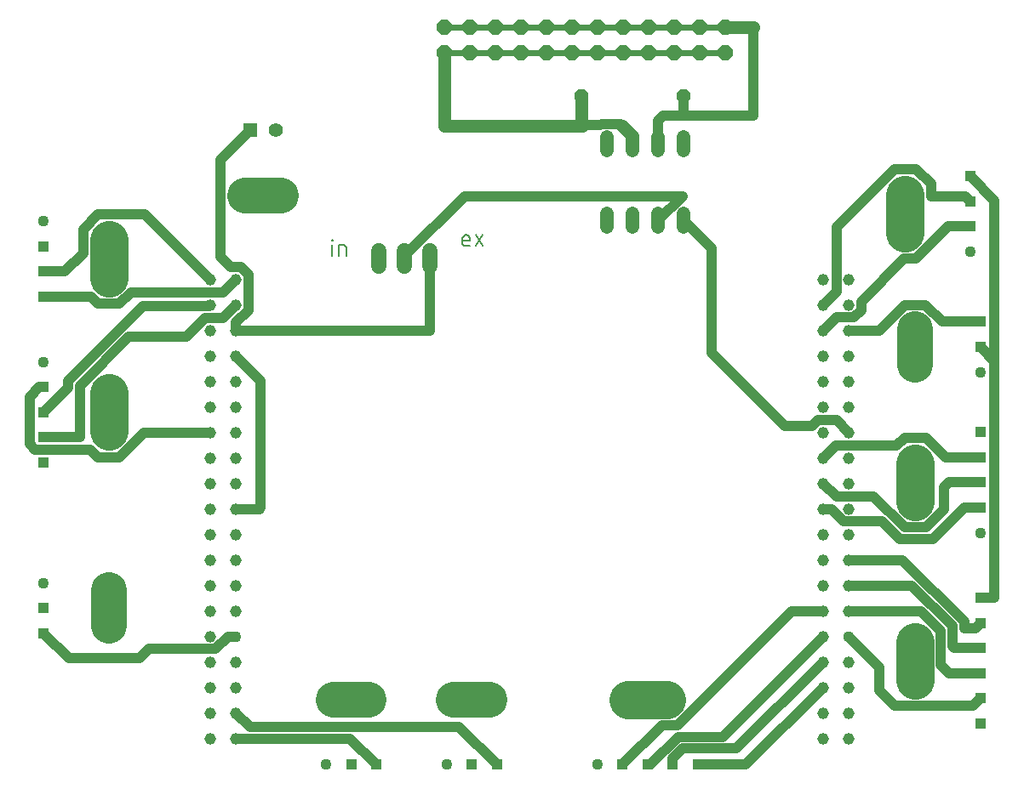
<source format=gtl>
G04 EAGLE Gerber RS-274X export*
G75*
%MOMM*%
%FSLAX34Y34*%
%LPD*%
%INTop Copper*%
%IPPOS*%
%AMOC8*
5,1,8,0,0,1.08239X$1,22.5*%
G01*
%ADD10C,0.152400*%
%ADD11C,1.320800*%
%ADD12P,1.649562X8X22.500000*%
%ADD13C,1.158000*%
%ADD14C,1.108000*%
%ADD15C,1.524000*%
%ADD16P,1.429621X8X202.500000*%
%ADD17R,1.108000X1.108000*%
%ADD18C,3.516000*%
%ADD19C,3.816000*%
%ADD20C,1.408000*%
%ADD21R,1.408000X1.408000*%
%ADD22C,1.000000*%
%ADD23C,0.609600*%
%ADD24C,1.270000*%


D10*
X457987Y550762D02*
X453471Y550762D01*
X453370Y550764D01*
X453269Y550770D01*
X453168Y550779D01*
X453067Y550792D01*
X452967Y550809D01*
X452868Y550830D01*
X452770Y550854D01*
X452673Y550882D01*
X452576Y550914D01*
X452481Y550949D01*
X452388Y550988D01*
X452296Y551030D01*
X452205Y551076D01*
X452117Y551125D01*
X452030Y551177D01*
X451945Y551233D01*
X451862Y551291D01*
X451782Y551353D01*
X451704Y551418D01*
X451628Y551485D01*
X451555Y551555D01*
X451485Y551628D01*
X451418Y551704D01*
X451353Y551782D01*
X451291Y551862D01*
X451233Y551945D01*
X451177Y552030D01*
X451125Y552117D01*
X451076Y552205D01*
X451030Y552296D01*
X450988Y552388D01*
X450949Y552481D01*
X450914Y552576D01*
X450882Y552673D01*
X450854Y552770D01*
X450830Y552868D01*
X450809Y552967D01*
X450792Y553067D01*
X450779Y553168D01*
X450770Y553269D01*
X450764Y553370D01*
X450762Y553471D01*
X450762Y557987D01*
X450764Y558106D01*
X450770Y558226D01*
X450780Y558345D01*
X450794Y558463D01*
X450811Y558582D01*
X450833Y558699D01*
X450858Y558816D01*
X450888Y558931D01*
X450921Y559046D01*
X450958Y559160D01*
X450998Y559272D01*
X451043Y559383D01*
X451091Y559492D01*
X451142Y559600D01*
X451197Y559706D01*
X451256Y559810D01*
X451318Y559912D01*
X451383Y560012D01*
X451452Y560110D01*
X451524Y560206D01*
X451599Y560299D01*
X451676Y560389D01*
X451757Y560477D01*
X451841Y560562D01*
X451928Y560644D01*
X452017Y560724D01*
X452109Y560800D01*
X452203Y560874D01*
X452300Y560944D01*
X452398Y561011D01*
X452499Y561075D01*
X452603Y561135D01*
X452708Y561192D01*
X452815Y561245D01*
X452923Y561295D01*
X453033Y561341D01*
X453145Y561383D01*
X453258Y561422D01*
X453372Y561457D01*
X453487Y561488D01*
X453604Y561516D01*
X453721Y561539D01*
X453838Y561559D01*
X453957Y561575D01*
X454076Y561587D01*
X454195Y561595D01*
X454314Y561599D01*
X454434Y561599D01*
X454553Y561595D01*
X454672Y561587D01*
X454791Y561575D01*
X454910Y561559D01*
X455027Y561539D01*
X455144Y561516D01*
X455261Y561488D01*
X455376Y561457D01*
X455490Y561422D01*
X455603Y561383D01*
X455715Y561341D01*
X455825Y561295D01*
X455933Y561245D01*
X456040Y561192D01*
X456145Y561135D01*
X456249Y561075D01*
X456350Y561011D01*
X456448Y560944D01*
X456545Y560874D01*
X456639Y560800D01*
X456731Y560724D01*
X456820Y560644D01*
X456907Y560562D01*
X456991Y560477D01*
X457072Y560389D01*
X457149Y560299D01*
X457224Y560206D01*
X457296Y560110D01*
X457365Y560012D01*
X457430Y559912D01*
X457492Y559810D01*
X457551Y559706D01*
X457606Y559600D01*
X457657Y559492D01*
X457705Y559383D01*
X457750Y559272D01*
X457790Y559160D01*
X457827Y559046D01*
X457860Y558931D01*
X457890Y558816D01*
X457915Y558699D01*
X457937Y558582D01*
X457954Y558463D01*
X457968Y558345D01*
X457978Y558226D01*
X457984Y558106D01*
X457986Y557987D01*
X457987Y557987D02*
X457987Y556181D01*
X450762Y556181D01*
X463788Y550762D02*
X471013Y561599D01*
X463788Y561599D02*
X471013Y550762D01*
X321214Y551599D02*
X321214Y540762D01*
X320762Y556115D02*
X320762Y557018D01*
X321665Y557018D01*
X321665Y556115D01*
X320762Y556115D01*
X328022Y551599D02*
X328022Y540762D01*
X328022Y551599D02*
X332537Y551599D01*
X332641Y551597D01*
X332744Y551591D01*
X332848Y551581D01*
X332951Y551567D01*
X333053Y551549D01*
X333154Y551528D01*
X333255Y551502D01*
X333354Y551473D01*
X333453Y551440D01*
X333550Y551403D01*
X333645Y551362D01*
X333739Y551318D01*
X333831Y551270D01*
X333921Y551219D01*
X334010Y551164D01*
X334096Y551106D01*
X334179Y551044D01*
X334261Y550980D01*
X334339Y550912D01*
X334415Y550842D01*
X334489Y550769D01*
X334559Y550692D01*
X334627Y550614D01*
X334691Y550532D01*
X334753Y550449D01*
X334811Y550363D01*
X334866Y550274D01*
X334917Y550184D01*
X334965Y550092D01*
X335009Y549998D01*
X335050Y549903D01*
X335087Y549806D01*
X335120Y549707D01*
X335149Y549608D01*
X335175Y549507D01*
X335196Y549406D01*
X335214Y549304D01*
X335228Y549201D01*
X335238Y549097D01*
X335244Y548994D01*
X335246Y548890D01*
X335247Y548890D02*
X335247Y540762D01*
D11*
X594700Y569496D02*
X594700Y582704D01*
X620100Y582704D02*
X620100Y569496D01*
X620100Y645696D02*
X620100Y658904D01*
X594700Y658904D02*
X594700Y645696D01*
X645500Y582704D02*
X645500Y569496D01*
X670900Y569496D02*
X670900Y582704D01*
X645500Y645696D02*
X645500Y658904D01*
X670900Y658904D02*
X670900Y645696D01*
D12*
X433100Y743100D03*
X433100Y768500D03*
X458500Y743100D03*
X458500Y768500D03*
X483900Y743100D03*
X483900Y768500D03*
X509300Y743100D03*
X509300Y768500D03*
X534700Y743100D03*
X534700Y768500D03*
X560100Y743100D03*
X560100Y768500D03*
X585500Y743100D03*
X585500Y768500D03*
X610900Y743100D03*
X610900Y768500D03*
X636300Y743100D03*
X636300Y768500D03*
X661700Y743100D03*
X661700Y768500D03*
X687100Y743100D03*
X687100Y768500D03*
X712500Y743100D03*
X712500Y768500D03*
D13*
X200000Y60000D03*
X225400Y60000D03*
X225400Y85400D03*
X200000Y85400D03*
X200000Y110800D03*
X225400Y110800D03*
X225400Y136200D03*
X200000Y136200D03*
X200000Y161600D03*
D14*
X225400Y161600D03*
D13*
X225400Y187000D03*
X200000Y187000D03*
X200000Y212400D03*
X225400Y212400D03*
X225400Y237800D03*
X200000Y237800D03*
X200000Y263200D03*
X225400Y263200D03*
X225400Y288600D03*
X200000Y288600D03*
X200000Y314000D03*
X225400Y314000D03*
X225400Y339400D03*
X200000Y339400D03*
X200000Y364800D03*
X225400Y364800D03*
X225400Y390200D03*
X200000Y390200D03*
X200000Y415600D03*
X225400Y415600D03*
X225400Y441000D03*
X200000Y441000D03*
X225400Y466400D03*
X200000Y466400D03*
X200000Y491800D03*
X225400Y491800D03*
X225400Y517200D03*
X200000Y517200D03*
X809600Y60000D03*
X835000Y60000D03*
X835000Y85400D03*
X809600Y85400D03*
X809600Y110800D03*
X835000Y110800D03*
X835000Y136200D03*
X809600Y136200D03*
X809600Y161600D03*
D14*
X835000Y161600D03*
D13*
X835000Y187000D03*
X809600Y187000D03*
X809600Y212400D03*
X835000Y212400D03*
X835000Y237800D03*
X809600Y237800D03*
X809600Y263200D03*
X835000Y263200D03*
X835000Y288600D03*
X809600Y288600D03*
X809600Y314000D03*
X835000Y314000D03*
X835000Y339400D03*
X809600Y339400D03*
X809600Y364800D03*
X835000Y364800D03*
X835000Y390200D03*
X809600Y390200D03*
X809600Y415600D03*
X835000Y415600D03*
X835000Y441000D03*
X809600Y441000D03*
X835000Y466400D03*
X809600Y466400D03*
X809600Y491800D03*
X835000Y491800D03*
X835000Y517200D03*
X809600Y517200D03*
D15*
X367600Y530380D02*
X367600Y545620D01*
X393000Y545620D02*
X393000Y530380D01*
X418400Y530380D02*
X418400Y545620D01*
D16*
X670800Y700000D03*
X569200Y700000D03*
D14*
X34000Y215000D03*
D17*
X34000Y190000D03*
X34000Y165000D03*
D18*
X99000Y172420D02*
X99000Y207580D01*
D14*
X956000Y545000D03*
D17*
X956000Y570000D03*
X956000Y595000D03*
X956000Y620000D03*
D19*
X891000Y601580D02*
X891000Y563420D01*
D14*
X585000Y34000D03*
D17*
X610000Y34000D03*
X635000Y34000D03*
X660000Y34000D03*
X685000Y34000D03*
D19*
X654080Y99000D02*
X615920Y99000D01*
D17*
X966000Y75000D03*
X966000Y100000D03*
X966000Y125000D03*
X966000Y150000D03*
X966000Y175000D03*
X966000Y200000D03*
D19*
X901000Y156580D02*
X901000Y118420D01*
D14*
X966000Y425000D03*
D17*
X966000Y450000D03*
X966000Y475000D03*
D18*
X901000Y467580D02*
X901000Y432420D01*
D14*
X315000Y34000D03*
D17*
X340000Y34000D03*
X365000Y34000D03*
D18*
X357580Y99000D02*
X322420Y99000D01*
D14*
X435000Y34000D03*
D17*
X460000Y34000D03*
X485000Y34000D03*
D18*
X477580Y99000D02*
X442420Y99000D01*
D14*
X34000Y435000D03*
D17*
X34000Y410000D03*
X34000Y385000D03*
X34000Y360000D03*
X34000Y335000D03*
D19*
X99000Y365920D02*
X99000Y404080D01*
D14*
X966000Y265000D03*
D17*
X966000Y290000D03*
X966000Y315000D03*
X966000Y340000D03*
X966000Y365000D03*
D19*
X901000Y334080D02*
X901000Y295920D01*
D14*
X34000Y575000D03*
D17*
X34000Y550000D03*
X34000Y525000D03*
X34000Y500000D03*
D19*
X99000Y518420D02*
X99000Y556580D01*
D20*
X265000Y666000D03*
D21*
X240000Y666000D03*
D18*
X234920Y601000D02*
X270080Y601000D01*
D22*
X418400Y538000D02*
X418400Y466400D01*
X225400Y466400D01*
X210000Y636000D02*
X240000Y666000D01*
X210000Y636000D02*
X210000Y540000D01*
X230501Y529514D02*
X237714Y522301D01*
X225400Y474385D02*
X225400Y466400D01*
X225400Y474385D02*
X237714Y486699D01*
X220486Y529514D02*
X210000Y540000D01*
X220486Y529514D02*
X230501Y529514D01*
X237714Y522301D02*
X237714Y486699D01*
X670900Y576100D02*
X698500Y548500D01*
X698500Y443885D02*
X771193Y371193D01*
X698500Y443885D02*
X698500Y548500D01*
X804499Y377114D02*
X798578Y371193D01*
X771193Y371193D01*
X822686Y377114D02*
X835000Y364800D01*
X822686Y377114D02*
X804499Y377114D01*
D23*
X458500Y743100D02*
X433100Y743100D01*
X458500Y743100D02*
X483900Y743100D01*
X509300Y743100D01*
X534700Y743100D01*
X560100Y743100D01*
X585500Y743100D01*
X610900Y743100D01*
X636300Y743100D01*
X661700Y743100D01*
X687100Y743100D01*
X712500Y743100D01*
D24*
X433100Y743100D02*
X433100Y670000D01*
X570000Y670000D01*
X620100Y659900D02*
X620100Y652300D01*
X620100Y659900D02*
X610000Y670000D01*
X569200Y670800D02*
X569200Y700000D01*
X569200Y670800D02*
X570000Y670000D01*
D22*
X588030Y670800D02*
X589262Y672032D01*
X588030Y670800D02*
X569200Y670800D01*
X607968Y672032D02*
X610000Y670000D01*
X607968Y672032D02*
X589262Y672032D01*
D23*
X687100Y768500D02*
X712500Y768500D01*
X687100Y768500D02*
X661700Y768500D01*
X636300Y768500D01*
X610900Y768500D01*
X585500Y768500D01*
X560100Y768500D01*
X534700Y768500D01*
X509300Y768500D01*
X483900Y768500D01*
X458500Y768500D01*
X433100Y768500D01*
D24*
X712500Y768500D02*
X740000Y768500D01*
D22*
X650000Y680000D02*
X645500Y675500D01*
X650000Y680000D02*
X670000Y680000D01*
X740000Y680000D01*
X645500Y675500D02*
X645500Y652300D01*
X670800Y680800D02*
X670800Y700000D01*
X670800Y680800D02*
X670000Y680000D01*
X740000Y680000D02*
X740000Y768500D01*
X225400Y161600D02*
X217415Y161600D01*
X205101Y149286D01*
X139286Y149286D02*
X130000Y140000D01*
X139286Y149286D02*
X205101Y149286D01*
X130000Y140000D02*
X59000Y140000D01*
X34000Y165000D01*
X250000Y416400D02*
X225400Y441000D01*
X250000Y416400D02*
X250000Y290000D01*
X248600Y288600D01*
X225400Y288600D01*
X339000Y60000D02*
X365000Y34000D01*
X339000Y60000D02*
X225400Y60000D01*
X447476Y71524D02*
X485000Y34000D01*
X239276Y71524D02*
X225400Y85400D01*
X239276Y71524D02*
X447476Y71524D01*
X212314Y478714D02*
X225400Y491800D01*
X212314Y478714D02*
X194899Y478714D01*
X176185Y460000D01*
X118710Y460000D02*
X70000Y411290D01*
X70000Y360000D01*
X34000Y360000D01*
X118710Y460000D02*
X176185Y460000D01*
X198438Y490238D02*
X200000Y491800D01*
X58476Y416063D02*
X58476Y409476D01*
X34000Y385000D01*
X132651Y490238D02*
X198438Y490238D01*
X132651Y490238D02*
X58476Y416063D01*
X88394Y340316D02*
X109606Y340316D01*
X134090Y364800D02*
X200000Y364800D01*
X134090Y364800D02*
X109606Y340316D01*
X88394Y340316D02*
X80774Y347936D01*
X25758Y347936D01*
X20000Y353694D01*
X20000Y400000D01*
X30000Y410000D01*
X34000Y410000D01*
X732800Y34000D02*
X809600Y110800D01*
X732800Y34000D02*
X685000Y34000D01*
X723400Y50000D02*
X809600Y136200D01*
X723400Y50000D02*
X670000Y50000D01*
X660000Y40000D01*
X660000Y34000D01*
X709524Y61524D02*
X809600Y161600D01*
X709524Y61524D02*
X665227Y61524D01*
X637703Y34000D02*
X635000Y34000D01*
X637703Y34000D02*
X665227Y61524D01*
X664686Y73396D02*
X649396Y73396D01*
X610000Y34000D01*
X778290Y187000D02*
X809600Y187000D01*
X778290Y187000D02*
X664686Y73396D01*
X891016Y491684D02*
X910984Y491684D01*
X865732Y466400D02*
X835000Y466400D01*
X865732Y466400D02*
X891016Y491684D01*
X910984Y491684D02*
X927668Y475000D01*
X966000Y475000D01*
X669400Y600000D02*
X645500Y576100D01*
X966000Y450000D02*
X980000Y436000D01*
X980000Y200000D01*
X966000Y200000D01*
X669400Y600000D02*
X452777Y600000D01*
X393000Y540223D02*
X393000Y538000D01*
X393000Y540223D02*
X452777Y600000D01*
X956000Y620000D02*
X980000Y596000D01*
X980000Y436000D01*
X109606Y492816D02*
X88394Y492816D01*
X81210Y500000D01*
X34000Y500000D01*
X212314Y504114D02*
X225400Y517200D01*
X212314Y504114D02*
X120904Y504114D01*
X109606Y492816D01*
X73396Y567186D02*
X88394Y582184D01*
X73396Y567186D02*
X73396Y543396D01*
X135016Y582184D02*
X200000Y517200D01*
X135016Y582184D02*
X88394Y582184D01*
X55000Y525000D02*
X34000Y525000D01*
X55000Y525000D02*
X73396Y543396D01*
X938128Y151872D02*
X940000Y150000D01*
X938128Y151872D02*
X938128Y171959D01*
X897687Y212400D02*
X835000Y212400D01*
X897687Y212400D02*
X938128Y171959D01*
X940000Y150000D02*
X966000Y150000D01*
X926604Y133396D02*
X926604Y167186D01*
X906790Y187000D02*
X835000Y187000D01*
X906790Y187000D02*
X926604Y167186D01*
X935000Y125000D02*
X966000Y125000D01*
X935000Y125000D02*
X926604Y133396D01*
X865396Y131204D02*
X835000Y161600D01*
X865396Y131204D02*
X865396Y107814D01*
X880394Y92816D01*
X958816Y92816D02*
X966000Y100000D01*
X958816Y92816D02*
X880394Y92816D01*
X817585Y288600D02*
X809600Y288600D01*
X817585Y288600D02*
X829899Y276286D01*
X868127Y276286D02*
X885621Y258792D01*
X868127Y276286D02*
X829899Y276286D01*
X885621Y258792D02*
X918792Y258792D01*
X950000Y290000D01*
X966000Y290000D01*
X911606Y270316D02*
X890394Y270316D01*
X822686Y300914D02*
X809600Y314000D01*
X822686Y300914D02*
X859796Y300914D01*
X890394Y270316D01*
X930000Y288710D02*
X930000Y310000D01*
X935000Y315000D01*
X966000Y315000D01*
X930000Y288710D02*
X911606Y270316D01*
X840101Y479486D02*
X847314Y486699D01*
X822686Y479486D02*
X809600Y466400D01*
X822686Y479486D02*
X840101Y479486D01*
X847314Y486699D02*
X847314Y495130D01*
X890000Y537816D01*
X901606Y537816D01*
X933790Y570000D02*
X956000Y570000D01*
X933790Y570000D02*
X901606Y537816D01*
X822686Y504886D02*
X809600Y491800D01*
X822686Y504886D02*
X822686Y569476D01*
X880394Y627184D02*
X901606Y627184D01*
X916604Y612186D01*
X916604Y600000D01*
X880394Y627184D02*
X822686Y569476D01*
X916604Y600000D02*
X951000Y600000D01*
X956000Y595000D01*
X911606Y359684D02*
X890394Y359684D01*
X931290Y340000D02*
X966000Y340000D01*
X931290Y340000D02*
X911606Y359684D01*
X890394Y359684D02*
X882424Y351714D01*
X821914Y351714D02*
X809600Y339400D01*
X821914Y351714D02*
X882424Y351714D01*
X949652Y176732D02*
X949652Y170348D01*
X950000Y170000D01*
X888584Y237800D02*
X835000Y237800D01*
X888584Y237800D02*
X949652Y176732D01*
X950000Y170000D02*
X961000Y170000D01*
X966000Y175000D01*
M02*

</source>
